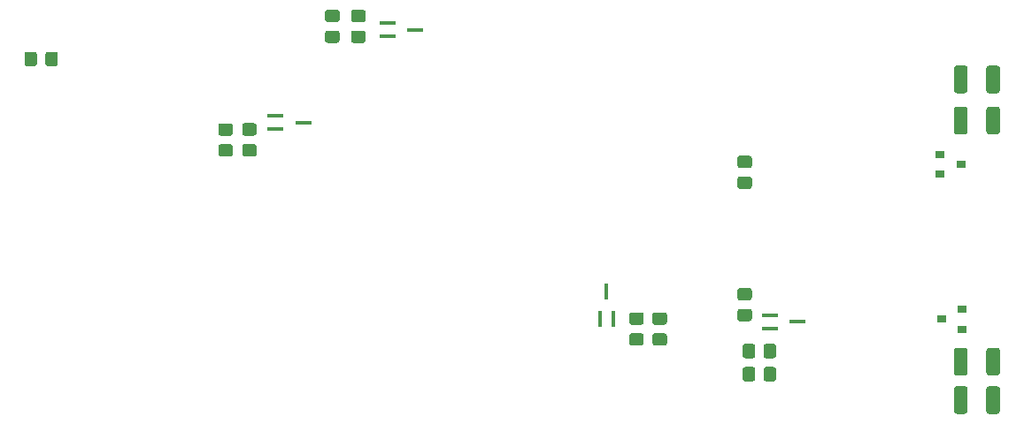
<source format=gbr>
%TF.GenerationSoftware,KiCad,Pcbnew,(5.1.7)-1*%
%TF.CreationDate,2021-08-03T20:44:08-04:00*%
%TF.ProjectId,PhoneInterface,50686f6e-6549-46e7-9465-72666163652e,rev?*%
%TF.SameCoordinates,Original*%
%TF.FileFunction,Paste,Bot*%
%TF.FilePolarity,Positive*%
%FSLAX46Y46*%
G04 Gerber Fmt 4.6, Leading zero omitted, Abs format (unit mm)*
G04 Created by KiCad (PCBNEW (5.1.7)-1) date 2021-08-03 20:44:08*
%MOMM*%
%LPD*%
G01*
G04 APERTURE LIST*
%ADD10R,0.450000X1.500000*%
%ADD11R,1.500000X0.450000*%
%ADD12R,0.900000X0.800000*%
G04 APERTURE END LIST*
%TO.C,R19*%
G36*
G01*
X96421400Y-84092201D02*
X96421400Y-83192199D01*
G75*
G02*
X96671399Y-82942200I249999J0D01*
G01*
X97371401Y-82942200D01*
G75*
G02*
X97621400Y-83192199I0J-249999D01*
G01*
X97621400Y-84092201D01*
G75*
G02*
X97371401Y-84342200I-249999J0D01*
G01*
X96671399Y-84342200D01*
G75*
G02*
X96421400Y-84092201I0J249999D01*
G01*
G37*
G36*
G01*
X94421400Y-84092201D02*
X94421400Y-83192199D01*
G75*
G02*
X94671399Y-82942200I249999J0D01*
G01*
X95371401Y-82942200D01*
G75*
G02*
X95621400Y-83192199I0J-249999D01*
G01*
X95621400Y-84092201D01*
G75*
G02*
X95371401Y-84342200I-249999J0D01*
G01*
X94671399Y-84342200D01*
G75*
G02*
X94421400Y-84092201I0J249999D01*
G01*
G37*
%TD*%
%TO.C,R18*%
G36*
G01*
X155644001Y-109121500D02*
X154743999Y-109121500D01*
G75*
G02*
X154494000Y-108871501I0J249999D01*
G01*
X154494000Y-108171499D01*
G75*
G02*
X154743999Y-107921500I249999J0D01*
G01*
X155644001Y-107921500D01*
G75*
G02*
X155894000Y-108171499I0J-249999D01*
G01*
X155894000Y-108871501D01*
G75*
G02*
X155644001Y-109121500I-249999J0D01*
G01*
G37*
G36*
G01*
X155644001Y-111121500D02*
X154743999Y-111121500D01*
G75*
G02*
X154494000Y-110871501I0J249999D01*
G01*
X154494000Y-110171499D01*
G75*
G02*
X154743999Y-109921500I249999J0D01*
G01*
X155644001Y-109921500D01*
G75*
G02*
X155894000Y-110171499I0J-249999D01*
G01*
X155894000Y-110871501D01*
G75*
G02*
X155644001Y-111121500I-249999J0D01*
G01*
G37*
%TD*%
%TO.C,R17*%
G36*
G01*
X115500999Y-91792500D02*
X116401001Y-91792500D01*
G75*
G02*
X116651000Y-92042499I0J-249999D01*
G01*
X116651000Y-92742501D01*
G75*
G02*
X116401001Y-92992500I-249999J0D01*
G01*
X115500999Y-92992500D01*
G75*
G02*
X115251000Y-92742501I0J249999D01*
G01*
X115251000Y-92042499D01*
G75*
G02*
X115500999Y-91792500I249999J0D01*
G01*
G37*
G36*
G01*
X115500999Y-89792500D02*
X116401001Y-89792500D01*
G75*
G02*
X116651000Y-90042499I0J-249999D01*
G01*
X116651000Y-90742501D01*
G75*
G02*
X116401001Y-90992500I-249999J0D01*
G01*
X115500999Y-90992500D01*
G75*
G02*
X115251000Y-90742501I0J249999D01*
G01*
X115251000Y-90042499D01*
G75*
G02*
X115500999Y-89792500I249999J0D01*
G01*
G37*
%TD*%
%TO.C,R16*%
G36*
G01*
X153421501Y-109121500D02*
X152521499Y-109121500D01*
G75*
G02*
X152271500Y-108871501I0J249999D01*
G01*
X152271500Y-108171499D01*
G75*
G02*
X152521499Y-107921500I249999J0D01*
G01*
X153421501Y-107921500D01*
G75*
G02*
X153671500Y-108171499I0J-249999D01*
G01*
X153671500Y-108871501D01*
G75*
G02*
X153421501Y-109121500I-249999J0D01*
G01*
G37*
G36*
G01*
X153421501Y-111121500D02*
X152521499Y-111121500D01*
G75*
G02*
X152271500Y-110871501I0J249999D01*
G01*
X152271500Y-110171499D01*
G75*
G02*
X152521499Y-109921500I249999J0D01*
G01*
X153421501Y-109921500D01*
G75*
G02*
X153671500Y-110171499I0J-249999D01*
G01*
X153671500Y-110871501D01*
G75*
G02*
X153421501Y-111121500I-249999J0D01*
G01*
G37*
%TD*%
%TO.C,R15*%
G36*
G01*
X113214999Y-91798600D02*
X114115001Y-91798600D01*
G75*
G02*
X114365000Y-92048599I0J-249999D01*
G01*
X114365000Y-92748601D01*
G75*
G02*
X114115001Y-92998600I-249999J0D01*
G01*
X113214999Y-92998600D01*
G75*
G02*
X112965000Y-92748601I0J249999D01*
G01*
X112965000Y-92048599D01*
G75*
G02*
X113214999Y-91798600I249999J0D01*
G01*
G37*
G36*
G01*
X113214999Y-89798600D02*
X114115001Y-89798600D01*
G75*
G02*
X114365000Y-90048599I0J-249999D01*
G01*
X114365000Y-90748601D01*
G75*
G02*
X114115001Y-90998600I-249999J0D01*
G01*
X113214999Y-90998600D01*
G75*
G02*
X112965000Y-90748601I0J249999D01*
G01*
X112965000Y-90048599D01*
G75*
G02*
X113214999Y-89798600I249999J0D01*
G01*
G37*
%TD*%
%TO.C,R14*%
G36*
G01*
X125914999Y-80918000D02*
X126815001Y-80918000D01*
G75*
G02*
X127065000Y-81167999I0J-249999D01*
G01*
X127065000Y-81868001D01*
G75*
G02*
X126815001Y-82118000I-249999J0D01*
G01*
X125914999Y-82118000D01*
G75*
G02*
X125665000Y-81868001I0J249999D01*
G01*
X125665000Y-81167999D01*
G75*
G02*
X125914999Y-80918000I249999J0D01*
G01*
G37*
G36*
G01*
X125914999Y-78918000D02*
X126815001Y-78918000D01*
G75*
G02*
X127065000Y-79167999I0J-249999D01*
G01*
X127065000Y-79868001D01*
G75*
G02*
X126815001Y-80118000I-249999J0D01*
G01*
X125914999Y-80118000D01*
G75*
G02*
X125665000Y-79868001I0J249999D01*
G01*
X125665000Y-79167999D01*
G75*
G02*
X125914999Y-78918000I249999J0D01*
G01*
G37*
%TD*%
%TO.C,R13*%
G36*
G01*
X165135000Y-114305501D02*
X165135000Y-113405499D01*
G75*
G02*
X165384999Y-113155500I249999J0D01*
G01*
X166085001Y-113155500D01*
G75*
G02*
X166335000Y-113405499I0J-249999D01*
G01*
X166335000Y-114305501D01*
G75*
G02*
X166085001Y-114555500I-249999J0D01*
G01*
X165384999Y-114555500D01*
G75*
G02*
X165135000Y-114305501I0J249999D01*
G01*
G37*
G36*
G01*
X163135000Y-114305501D02*
X163135000Y-113405499D01*
G75*
G02*
X163384999Y-113155500I249999J0D01*
G01*
X164085001Y-113155500D01*
G75*
G02*
X164335000Y-113405499I0J-249999D01*
G01*
X164335000Y-114305501D01*
G75*
G02*
X164085001Y-114555500I-249999J0D01*
G01*
X163384999Y-114555500D01*
G75*
G02*
X163135000Y-114305501I0J249999D01*
G01*
G37*
%TD*%
%TO.C,R12*%
G36*
G01*
X123425799Y-78908600D02*
X124325801Y-78908600D01*
G75*
G02*
X124575800Y-79158599I0J-249999D01*
G01*
X124575800Y-79858601D01*
G75*
G02*
X124325801Y-80108600I-249999J0D01*
G01*
X123425799Y-80108600D01*
G75*
G02*
X123175800Y-79858601I0J249999D01*
G01*
X123175800Y-79158599D01*
G75*
G02*
X123425799Y-78908600I249999J0D01*
G01*
G37*
G36*
G01*
X123425799Y-80908600D02*
X124325801Y-80908600D01*
G75*
G02*
X124575800Y-81158599I0J-249999D01*
G01*
X124575800Y-81858601D01*
G75*
G02*
X124325801Y-82108600I-249999J0D01*
G01*
X123425799Y-82108600D01*
G75*
G02*
X123175800Y-81858601I0J249999D01*
G01*
X123175800Y-81158599D01*
G75*
G02*
X123425799Y-80908600I249999J0D01*
G01*
G37*
%TD*%
%TO.C,R11*%
G36*
G01*
X165135000Y-112083001D02*
X165135000Y-111182999D01*
G75*
G02*
X165384999Y-110933000I249999J0D01*
G01*
X166085001Y-110933000D01*
G75*
G02*
X166335000Y-111182999I0J-249999D01*
G01*
X166335000Y-112083001D01*
G75*
G02*
X166085001Y-112333000I-249999J0D01*
G01*
X165384999Y-112333000D01*
G75*
G02*
X165135000Y-112083001I0J249999D01*
G01*
G37*
G36*
G01*
X163135000Y-112083001D02*
X163135000Y-111182999D01*
G75*
G02*
X163384999Y-110933000I249999J0D01*
G01*
X164085001Y-110933000D01*
G75*
G02*
X164335000Y-111182999I0J-249999D01*
G01*
X164335000Y-112083001D01*
G75*
G02*
X164085001Y-112333000I-249999J0D01*
G01*
X163384999Y-112333000D01*
G75*
G02*
X163135000Y-112083001I0J249999D01*
G01*
G37*
%TD*%
%TO.C,R9*%
G36*
G01*
X184647000Y-84522999D02*
X184647000Y-86673001D01*
G75*
G02*
X184397001Y-86923000I-249999J0D01*
G01*
X183596999Y-86923000D01*
G75*
G02*
X183347000Y-86673001I0J249999D01*
G01*
X183347000Y-84522999D01*
G75*
G02*
X183596999Y-84273000I249999J0D01*
G01*
X184397001Y-84273000D01*
G75*
G02*
X184647000Y-84522999I0J-249999D01*
G01*
G37*
G36*
G01*
X187747000Y-84522999D02*
X187747000Y-86673001D01*
G75*
G02*
X187497001Y-86923000I-249999J0D01*
G01*
X186696999Y-86923000D01*
G75*
G02*
X186447000Y-86673001I0J249999D01*
G01*
X186447000Y-84522999D01*
G75*
G02*
X186696999Y-84273000I249999J0D01*
G01*
X187497001Y-84273000D01*
G75*
G02*
X187747000Y-84522999I0J-249999D01*
G01*
G37*
%TD*%
%TO.C,R8*%
G36*
G01*
X184647000Y-88459999D02*
X184647000Y-90610001D01*
G75*
G02*
X184397001Y-90860000I-249999J0D01*
G01*
X183596999Y-90860000D01*
G75*
G02*
X183347000Y-90610001I0J249999D01*
G01*
X183347000Y-88459999D01*
G75*
G02*
X183596999Y-88210000I249999J0D01*
G01*
X184397001Y-88210000D01*
G75*
G02*
X184647000Y-88459999I0J-249999D01*
G01*
G37*
G36*
G01*
X187747000Y-88459999D02*
X187747000Y-90610001D01*
G75*
G02*
X187497001Y-90860000I-249999J0D01*
G01*
X186696999Y-90860000D01*
G75*
G02*
X186447000Y-90610001I0J249999D01*
G01*
X186447000Y-88459999D01*
G75*
G02*
X186696999Y-88210000I249999J0D01*
G01*
X187497001Y-88210000D01*
G75*
G02*
X187747000Y-88459999I0J-249999D01*
G01*
G37*
%TD*%
%TO.C,R7*%
G36*
G01*
X162871999Y-94904000D02*
X163772001Y-94904000D01*
G75*
G02*
X164022000Y-95153999I0J-249999D01*
G01*
X164022000Y-95854001D01*
G75*
G02*
X163772001Y-96104000I-249999J0D01*
G01*
X162871999Y-96104000D01*
G75*
G02*
X162622000Y-95854001I0J249999D01*
G01*
X162622000Y-95153999D01*
G75*
G02*
X162871999Y-94904000I249999J0D01*
G01*
G37*
G36*
G01*
X162871999Y-92904000D02*
X163772001Y-92904000D01*
G75*
G02*
X164022000Y-93153999I0J-249999D01*
G01*
X164022000Y-93854001D01*
G75*
G02*
X163772001Y-94104000I-249999J0D01*
G01*
X162871999Y-94104000D01*
G75*
G02*
X162622000Y-93854001I0J249999D01*
G01*
X162622000Y-93153999D01*
G75*
G02*
X162871999Y-92904000I249999J0D01*
G01*
G37*
%TD*%
%TO.C,R6*%
G36*
G01*
X163772001Y-106788000D02*
X162871999Y-106788000D01*
G75*
G02*
X162622000Y-106538001I0J249999D01*
G01*
X162622000Y-105837999D01*
G75*
G02*
X162871999Y-105588000I249999J0D01*
G01*
X163772001Y-105588000D01*
G75*
G02*
X164022000Y-105837999I0J-249999D01*
G01*
X164022000Y-106538001D01*
G75*
G02*
X163772001Y-106788000I-249999J0D01*
G01*
G37*
G36*
G01*
X163772001Y-108788000D02*
X162871999Y-108788000D01*
G75*
G02*
X162622000Y-108538001I0J249999D01*
G01*
X162622000Y-107837999D01*
G75*
G02*
X162871999Y-107588000I249999J0D01*
G01*
X163772001Y-107588000D01*
G75*
G02*
X164022000Y-107837999I0J-249999D01*
G01*
X164022000Y-108538001D01*
G75*
G02*
X163772001Y-108788000I-249999J0D01*
G01*
G37*
%TD*%
%TO.C,R5*%
G36*
G01*
X184647000Y-115256999D02*
X184647000Y-117407001D01*
G75*
G02*
X184397001Y-117657000I-249999J0D01*
G01*
X183596999Y-117657000D01*
G75*
G02*
X183347000Y-117407001I0J249999D01*
G01*
X183347000Y-115256999D01*
G75*
G02*
X183596999Y-115007000I249999J0D01*
G01*
X184397001Y-115007000D01*
G75*
G02*
X184647000Y-115256999I0J-249999D01*
G01*
G37*
G36*
G01*
X187747000Y-115256999D02*
X187747000Y-117407001D01*
G75*
G02*
X187497001Y-117657000I-249999J0D01*
G01*
X186696999Y-117657000D01*
G75*
G02*
X186447000Y-117407001I0J249999D01*
G01*
X186447000Y-115256999D01*
G75*
G02*
X186696999Y-115007000I249999J0D01*
G01*
X187497001Y-115007000D01*
G75*
G02*
X187747000Y-115256999I0J-249999D01*
G01*
G37*
%TD*%
%TO.C,R4*%
G36*
G01*
X184647000Y-111573999D02*
X184647000Y-113724001D01*
G75*
G02*
X184397001Y-113974000I-249999J0D01*
G01*
X183596999Y-113974000D01*
G75*
G02*
X183347000Y-113724001I0J249999D01*
G01*
X183347000Y-111573999D01*
G75*
G02*
X183596999Y-111324000I249999J0D01*
G01*
X184397001Y-111324000D01*
G75*
G02*
X184647000Y-111573999I0J-249999D01*
G01*
G37*
G36*
G01*
X187747000Y-111573999D02*
X187747000Y-113724001D01*
G75*
G02*
X187497001Y-113974000I-249999J0D01*
G01*
X186696999Y-113974000D01*
G75*
G02*
X186447000Y-113724001I0J249999D01*
G01*
X186447000Y-111573999D01*
G75*
G02*
X186696999Y-111324000I249999J0D01*
G01*
X187497001Y-111324000D01*
G75*
G02*
X187747000Y-111573999I0J-249999D01*
G01*
G37*
%TD*%
D10*
%TO.C,Q6*%
X150114000Y-105921500D03*
X149464000Y-108581500D03*
X150764000Y-108581500D03*
%TD*%
D11*
%TO.C,Q5*%
X121091000Y-89725500D03*
X118431000Y-89075500D03*
X118431000Y-90375500D03*
%TD*%
%TO.C,Q4*%
X131826000Y-80835500D03*
X129166000Y-80185500D03*
X129166000Y-81485500D03*
%TD*%
%TO.C,Q3*%
X168398500Y-108839000D03*
X165738500Y-108189000D03*
X165738500Y-109489000D03*
%TD*%
D12*
%TO.C,D7*%
X184023000Y-93726000D03*
X182023000Y-92776000D03*
X182023000Y-94676000D03*
%TD*%
%TO.C,D2*%
X182134000Y-108585000D03*
X184134000Y-109535000D03*
X184134000Y-107635000D03*
%TD*%
M02*

</source>
